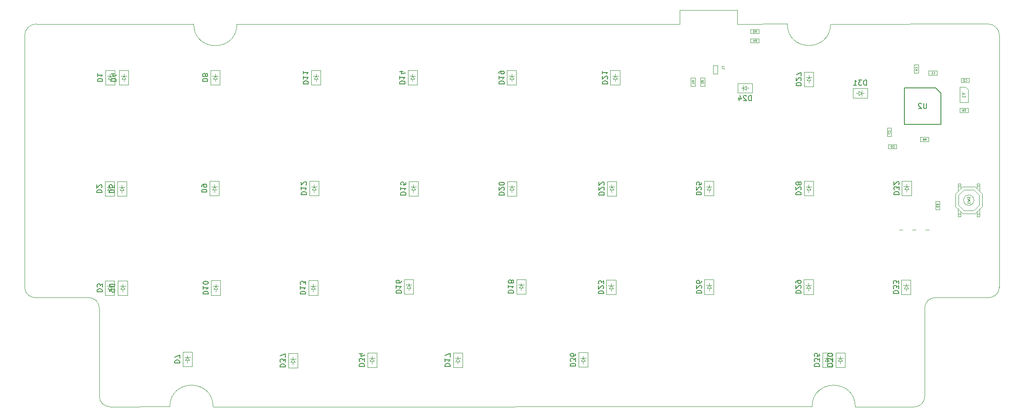
<source format=gbr>
G04 #@! TF.GenerationSoftware,KiCad,Pcbnew,(5.99.0-2555-g9cc6a77cc-dirty)*
G04 #@! TF.CreationDate,2020-09-08T07:39:35-05:00*
G04 #@! TF.ProjectId,_33,5f33332e-6b69-4636-9164-5f7063625858,rev?*
G04 #@! TF.SameCoordinates,Original*
G04 #@! TF.FileFunction,AssemblyDrawing,Bot*
%FSLAX46Y46*%
G04 Gerber Fmt 4.6, Leading zero omitted, Abs format (unit mm)*
G04 Created by KiCad (PCBNEW (5.99.0-2555-g9cc6a77cc-dirty)) date 2020-09-08 07:39:35*
%MOMM*%
%LPD*%
G01*
G04 APERTURE LIST*
G04 #@! TA.AperFunction,Profile*
%ADD10C,0.050000*%
G04 #@! TD*
G04 #@! TA.AperFunction,Profile*
%ADD11C,0.100000*%
G04 #@! TD*
%ADD12C,0.060000*%
%ADD13C,0.150000*%
%ADD14C,0.075000*%
%ADD15C,0.080000*%
%ADD16C,0.100000*%
G04 APERTURE END LIST*
D10*
X241750000Y-48140000D02*
G75*
G02*
X244000199Y-50390199I0J-2250199D01*
G01*
X182420000Y-48160000D02*
X97178803Y-48212991D01*
X227600000Y-121950000D02*
X216250000Y-121940000D01*
X84250000Y-121887009D02*
X72680000Y-121910000D01*
X207910222Y-121897009D02*
G75*
G02*
X216250000Y-121940000I4169778J-42991D01*
G01*
X72680000Y-121910000D02*
G75*
G02*
X70670000Y-119900000I0J2010000D01*
G01*
X231620000Y-100890000D02*
X241980000Y-100890000D01*
X241980000Y-100890000D02*
G75*
G03*
X243990000Y-98880000I0J2010000D01*
G01*
X229610000Y-119940000D02*
X229610000Y-102900000D01*
X231620000Y-100890000D02*
G75*
G03*
X229610000Y-102900000I0J-2010000D01*
G01*
X227600000Y-121950000D02*
G75*
G03*
X229610000Y-119940000I0J2010000D01*
G01*
X56289801Y-50410000D02*
G75*
G02*
X58540000Y-48159801I2250199J0D01*
G01*
D11*
X56290000Y-98880000D02*
X56289801Y-50410000D01*
D10*
X68660000Y-100890000D02*
G75*
G02*
X70670000Y-102900000I0J-2010000D01*
G01*
X211489778Y-48182991D02*
G75*
G02*
X203150000Y-48140000I-4169778J42991D01*
G01*
X58540000Y-48159801D02*
X88839025Y-48170000D01*
X84250000Y-121887009D02*
G75*
G02*
X92589778Y-121930000I4169778J-42991D01*
G01*
D11*
X244000199Y-50390199D02*
X243990000Y-98880000D01*
D10*
X58300000Y-100890000D02*
G75*
G02*
X56290000Y-98880000I0J2010000D01*
G01*
X182420000Y-48160000D02*
X182420000Y-45500000D01*
X241750000Y-48140000D02*
X211489778Y-48182991D01*
D11*
X207910222Y-121897009D02*
X92589778Y-121930000D01*
D10*
X68660000Y-100890000D02*
X58300000Y-100890000D01*
X182420000Y-45500000D02*
X193510000Y-45500000D01*
X97178803Y-48212991D02*
G75*
G02*
X88839025Y-48170000I-4169778J42991D01*
G01*
X70670000Y-119900000D02*
X70670000Y-102900000D01*
X193510000Y-45500000D02*
X193510000Y-48160000D01*
X193510000Y-48160000D02*
X203150000Y-48140000D01*
D12*
X231266666Y-57742857D02*
X231285714Y-57761904D01*
X231342857Y-57780952D01*
X231380952Y-57780952D01*
X231438095Y-57761904D01*
X231476190Y-57723809D01*
X231495238Y-57685714D01*
X231514285Y-57609523D01*
X231514285Y-57552380D01*
X231495238Y-57476190D01*
X231476190Y-57438095D01*
X231438095Y-57400000D01*
X231380952Y-57380952D01*
X231342857Y-57380952D01*
X231285714Y-57400000D01*
X231266666Y-57419047D01*
X230885714Y-57780952D02*
X231114285Y-57780952D01*
X231000000Y-57780952D02*
X231000000Y-57380952D01*
X231038095Y-57438095D01*
X231076190Y-57476190D01*
X231114285Y-57495238D01*
X237454166Y-59142857D02*
X237473214Y-59161904D01*
X237530357Y-59180952D01*
X237568452Y-59180952D01*
X237625595Y-59161904D01*
X237663690Y-59123809D01*
X237682738Y-59085714D01*
X237701785Y-59009523D01*
X237701785Y-58952380D01*
X237682738Y-58876190D01*
X237663690Y-58838095D01*
X237625595Y-58800000D01*
X237568452Y-58780952D01*
X237530357Y-58780952D01*
X237473214Y-58800000D01*
X237454166Y-58819047D01*
X237320833Y-58780952D02*
X237073214Y-58780952D01*
X237206547Y-58933333D01*
X237149404Y-58933333D01*
X237111309Y-58952380D01*
X237092261Y-58971428D01*
X237073214Y-59009523D01*
X237073214Y-59104761D01*
X237092261Y-59142857D01*
X237111309Y-59161904D01*
X237149404Y-59180952D01*
X237263690Y-59180952D01*
X237301785Y-59161904D01*
X237320833Y-59142857D01*
X228142857Y-56733333D02*
X228161904Y-56714285D01*
X228180952Y-56657142D01*
X228180952Y-56619047D01*
X228161904Y-56561904D01*
X228123809Y-56523809D01*
X228085714Y-56504761D01*
X228009523Y-56485714D01*
X227952380Y-56485714D01*
X227876190Y-56504761D01*
X227838095Y-56523809D01*
X227800000Y-56561904D01*
X227780952Y-56619047D01*
X227780952Y-56657142D01*
X227800000Y-56714285D01*
X227819047Y-56733333D01*
X227914285Y-57076190D02*
X228180952Y-57076190D01*
X227761904Y-56980952D02*
X228047619Y-56885714D01*
X228047619Y-57133333D01*
X237254166Y-64942857D02*
X237273214Y-64961904D01*
X237330357Y-64980952D01*
X237368452Y-64980952D01*
X237425595Y-64961904D01*
X237463690Y-64923809D01*
X237482738Y-64885714D01*
X237501785Y-64809523D01*
X237501785Y-64752380D01*
X237482738Y-64676190D01*
X237463690Y-64638095D01*
X237425595Y-64600000D01*
X237368452Y-64580952D01*
X237330357Y-64580952D01*
X237273214Y-64600000D01*
X237254166Y-64619047D01*
X236911309Y-64580952D02*
X236987500Y-64580952D01*
X237025595Y-64600000D01*
X237044642Y-64619047D01*
X237082738Y-64676190D01*
X237101785Y-64752380D01*
X237101785Y-64904761D01*
X237082738Y-64942857D01*
X237063690Y-64961904D01*
X237025595Y-64980952D01*
X236949404Y-64980952D01*
X236911309Y-64961904D01*
X236892261Y-64942857D01*
X236873214Y-64904761D01*
X236873214Y-64809523D01*
X236892261Y-64771428D01*
X236911309Y-64752380D01*
X236949404Y-64733333D01*
X237025595Y-64733333D01*
X237063690Y-64752380D01*
X237082738Y-64771428D01*
X237101785Y-64809523D01*
X222942857Y-68933333D02*
X222961904Y-68914285D01*
X222980952Y-68857142D01*
X222980952Y-68819047D01*
X222961904Y-68761904D01*
X222923809Y-68723809D01*
X222885714Y-68704761D01*
X222809523Y-68685714D01*
X222752380Y-68685714D01*
X222676190Y-68704761D01*
X222638095Y-68723809D01*
X222600000Y-68761904D01*
X222580952Y-68819047D01*
X222580952Y-68857142D01*
X222600000Y-68914285D01*
X222619047Y-68933333D01*
X222580952Y-69066666D02*
X222580952Y-69333333D01*
X222980952Y-69161904D01*
X223466666Y-71942857D02*
X223485714Y-71961904D01*
X223542857Y-71980952D01*
X223580952Y-71980952D01*
X223638095Y-71961904D01*
X223676190Y-71923809D01*
X223695238Y-71885714D01*
X223714285Y-71809523D01*
X223714285Y-71752380D01*
X223695238Y-71676190D01*
X223676190Y-71638095D01*
X223638095Y-71600000D01*
X223580952Y-71580952D01*
X223542857Y-71580952D01*
X223485714Y-71600000D01*
X223466666Y-71619047D01*
X223238095Y-71752380D02*
X223276190Y-71733333D01*
X223295238Y-71714285D01*
X223314285Y-71676190D01*
X223314285Y-71657142D01*
X223295238Y-71619047D01*
X223276190Y-71600000D01*
X223238095Y-71580952D01*
X223161904Y-71580952D01*
X223123809Y-71600000D01*
X223104761Y-71619047D01*
X223085714Y-71657142D01*
X223085714Y-71676190D01*
X223104761Y-71714285D01*
X223123809Y-71733333D01*
X223161904Y-71752380D01*
X223238095Y-71752380D01*
X223276190Y-71771428D01*
X223295238Y-71790476D01*
X223314285Y-71828571D01*
X223314285Y-71904761D01*
X223295238Y-71942857D01*
X223276190Y-71961904D01*
X223238095Y-71980952D01*
X223161904Y-71980952D01*
X223123809Y-71961904D01*
X223104761Y-71942857D01*
X223085714Y-71904761D01*
X223085714Y-71828571D01*
X223104761Y-71790476D01*
X223123809Y-71771428D01*
X223161904Y-71752380D01*
D13*
X166897619Y-81104285D02*
X167897619Y-81104285D01*
X167897619Y-80866190D01*
X167850000Y-80723333D01*
X167754761Y-80628095D01*
X167659523Y-80580476D01*
X167469047Y-80532857D01*
X167326190Y-80532857D01*
X167135714Y-80580476D01*
X167040476Y-80628095D01*
X166945238Y-80723333D01*
X166897619Y-80866190D01*
X166897619Y-81104285D01*
X167802380Y-80151904D02*
X167850000Y-80104285D01*
X167897619Y-80009047D01*
X167897619Y-79770952D01*
X167850000Y-79675714D01*
X167802380Y-79628095D01*
X167707142Y-79580476D01*
X167611904Y-79580476D01*
X167469047Y-79628095D01*
X166897619Y-80199523D01*
X166897619Y-79580476D01*
X167802380Y-79199523D02*
X167850000Y-79151904D01*
X167897619Y-79056666D01*
X167897619Y-78818571D01*
X167850000Y-78723333D01*
X167802380Y-78675714D01*
X167707142Y-78628095D01*
X167611904Y-78628095D01*
X167469047Y-78675714D01*
X166897619Y-79247142D01*
X166897619Y-78628095D01*
X185647619Y-100044285D02*
X186647619Y-100044285D01*
X186647619Y-99806190D01*
X186600000Y-99663333D01*
X186504761Y-99568095D01*
X186409523Y-99520476D01*
X186219047Y-99472857D01*
X186076190Y-99472857D01*
X185885714Y-99520476D01*
X185790476Y-99568095D01*
X185695238Y-99663333D01*
X185647619Y-99806190D01*
X185647619Y-100044285D01*
X186552380Y-99091904D02*
X186600000Y-99044285D01*
X186647619Y-98949047D01*
X186647619Y-98710952D01*
X186600000Y-98615714D01*
X186552380Y-98568095D01*
X186457142Y-98520476D01*
X186361904Y-98520476D01*
X186219047Y-98568095D01*
X185647619Y-99139523D01*
X185647619Y-98520476D01*
X186647619Y-97663333D02*
X186647619Y-97853809D01*
X186600000Y-97949047D01*
X186552380Y-97996666D01*
X186409523Y-98091904D01*
X186219047Y-98139523D01*
X185838095Y-98139523D01*
X185742857Y-98091904D01*
X185695238Y-98044285D01*
X185647619Y-97949047D01*
X185647619Y-97758571D01*
X185695238Y-97663333D01*
X185742857Y-97615714D01*
X185838095Y-97568095D01*
X186076190Y-97568095D01*
X186171428Y-97615714D01*
X186219047Y-97663333D01*
X186266666Y-97758571D01*
X186266666Y-97949047D01*
X186219047Y-98044285D01*
X186171428Y-98091904D01*
X186076190Y-98139523D01*
X147657619Y-81124285D02*
X148657619Y-81124285D01*
X148657619Y-80886190D01*
X148610000Y-80743333D01*
X148514761Y-80648095D01*
X148419523Y-80600476D01*
X148229047Y-80552857D01*
X148086190Y-80552857D01*
X147895714Y-80600476D01*
X147800476Y-80648095D01*
X147705238Y-80743333D01*
X147657619Y-80886190D01*
X147657619Y-81124285D01*
X148562380Y-80171904D02*
X148610000Y-80124285D01*
X148657619Y-80029047D01*
X148657619Y-79790952D01*
X148610000Y-79695714D01*
X148562380Y-79648095D01*
X148467142Y-79600476D01*
X148371904Y-79600476D01*
X148229047Y-79648095D01*
X147657619Y-80219523D01*
X147657619Y-79600476D01*
X148657619Y-78981428D02*
X148657619Y-78886190D01*
X148610000Y-78790952D01*
X148562380Y-78743333D01*
X148467142Y-78695714D01*
X148276666Y-78648095D01*
X148038571Y-78648095D01*
X147848095Y-78695714D01*
X147752857Y-78743333D01*
X147705238Y-78790952D01*
X147657619Y-78886190D01*
X147657619Y-78981428D01*
X147705238Y-79076666D01*
X147752857Y-79124285D01*
X147848095Y-79171904D01*
X148038571Y-79219523D01*
X148276666Y-79219523D01*
X148467142Y-79171904D01*
X148562380Y-79124285D01*
X148610000Y-79076666D01*
X148657619Y-78981428D01*
X167547619Y-59714285D02*
X168547619Y-59714285D01*
X168547619Y-59476190D01*
X168500000Y-59333333D01*
X168404761Y-59238095D01*
X168309523Y-59190476D01*
X168119047Y-59142857D01*
X167976190Y-59142857D01*
X167785714Y-59190476D01*
X167690476Y-59238095D01*
X167595238Y-59333333D01*
X167547619Y-59476190D01*
X167547619Y-59714285D01*
X168452380Y-58761904D02*
X168500000Y-58714285D01*
X168547619Y-58619047D01*
X168547619Y-58380952D01*
X168500000Y-58285714D01*
X168452380Y-58238095D01*
X168357142Y-58190476D01*
X168261904Y-58190476D01*
X168119047Y-58238095D01*
X167547619Y-58809523D01*
X167547619Y-58190476D01*
X167547619Y-57238095D02*
X167547619Y-57809523D01*
X167547619Y-57523809D02*
X168547619Y-57523809D01*
X168404761Y-57619047D01*
X168309523Y-57714285D01*
X168261904Y-57809523D01*
X109397619Y-100214285D02*
X110397619Y-100214285D01*
X110397619Y-99976190D01*
X110350000Y-99833333D01*
X110254761Y-99738095D01*
X110159523Y-99690476D01*
X109969047Y-99642857D01*
X109826190Y-99642857D01*
X109635714Y-99690476D01*
X109540476Y-99738095D01*
X109445238Y-99833333D01*
X109397619Y-99976190D01*
X109397619Y-100214285D01*
X109397619Y-98690476D02*
X109397619Y-99261904D01*
X109397619Y-98976190D02*
X110397619Y-98976190D01*
X110254761Y-99071428D01*
X110159523Y-99166666D01*
X110111904Y-99261904D01*
X110397619Y-98357142D02*
X110397619Y-97738095D01*
X110016666Y-98071428D01*
X110016666Y-97928571D01*
X109969047Y-97833333D01*
X109921428Y-97785714D01*
X109826190Y-97738095D01*
X109588095Y-97738095D01*
X109492857Y-97785714D01*
X109445238Y-97833333D01*
X109397619Y-97928571D01*
X109397619Y-98214285D01*
X109445238Y-98309523D01*
X109492857Y-98357142D01*
X210907619Y-114114285D02*
X211907619Y-114114285D01*
X211907619Y-113876190D01*
X211860000Y-113733333D01*
X211764761Y-113638095D01*
X211669523Y-113590476D01*
X211479047Y-113542857D01*
X211336190Y-113542857D01*
X211145714Y-113590476D01*
X211050476Y-113638095D01*
X210955238Y-113733333D01*
X210907619Y-113876190D01*
X210907619Y-114114285D01*
X211907619Y-113209523D02*
X211907619Y-112590476D01*
X211526666Y-112923809D01*
X211526666Y-112780952D01*
X211479047Y-112685714D01*
X211431428Y-112638095D01*
X211336190Y-112590476D01*
X211098095Y-112590476D01*
X211002857Y-112638095D01*
X210955238Y-112685714D01*
X210907619Y-112780952D01*
X210907619Y-113066666D01*
X210955238Y-113161904D01*
X211002857Y-113209523D01*
X211907619Y-111971428D02*
X211907619Y-111876190D01*
X211860000Y-111780952D01*
X211812380Y-111733333D01*
X211717142Y-111685714D01*
X211526666Y-111638095D01*
X211288571Y-111638095D01*
X211098095Y-111685714D01*
X211002857Y-111733333D01*
X210955238Y-111780952D01*
X210907619Y-111876190D01*
X210907619Y-111971428D01*
X210955238Y-112066666D01*
X211002857Y-112114285D01*
X211098095Y-112161904D01*
X211288571Y-112209523D01*
X211526666Y-112209523D01*
X211717142Y-112161904D01*
X211812380Y-112114285D01*
X211860000Y-112066666D01*
X211907619Y-111971428D01*
X185627619Y-81074285D02*
X186627619Y-81074285D01*
X186627619Y-80836190D01*
X186580000Y-80693333D01*
X186484761Y-80598095D01*
X186389523Y-80550476D01*
X186199047Y-80502857D01*
X186056190Y-80502857D01*
X185865714Y-80550476D01*
X185770476Y-80598095D01*
X185675238Y-80693333D01*
X185627619Y-80836190D01*
X185627619Y-81074285D01*
X186532380Y-80121904D02*
X186580000Y-80074285D01*
X186627619Y-79979047D01*
X186627619Y-79740952D01*
X186580000Y-79645714D01*
X186532380Y-79598095D01*
X186437142Y-79550476D01*
X186341904Y-79550476D01*
X186199047Y-79598095D01*
X185627619Y-80169523D01*
X185627619Y-79550476D01*
X186627619Y-78645714D02*
X186627619Y-79121904D01*
X186151428Y-79169523D01*
X186199047Y-79121904D01*
X186246666Y-79026666D01*
X186246666Y-78788571D01*
X186199047Y-78693333D01*
X186151428Y-78645714D01*
X186056190Y-78598095D01*
X185818095Y-78598095D01*
X185722857Y-78645714D01*
X185675238Y-78693333D01*
X185627619Y-78788571D01*
X185627619Y-79026666D01*
X185675238Y-79121904D01*
X185722857Y-79169523D01*
X147627619Y-59714285D02*
X148627619Y-59714285D01*
X148627619Y-59476190D01*
X148580000Y-59333333D01*
X148484761Y-59238095D01*
X148389523Y-59190476D01*
X148199047Y-59142857D01*
X148056190Y-59142857D01*
X147865714Y-59190476D01*
X147770476Y-59238095D01*
X147675238Y-59333333D01*
X147627619Y-59476190D01*
X147627619Y-59714285D01*
X147627619Y-58190476D02*
X147627619Y-58761904D01*
X147627619Y-58476190D02*
X148627619Y-58476190D01*
X148484761Y-58571428D01*
X148389523Y-58666666D01*
X148341904Y-58761904D01*
X147627619Y-57714285D02*
X147627619Y-57523809D01*
X147675238Y-57428571D01*
X147722857Y-57380952D01*
X147865714Y-57285714D01*
X148056190Y-57238095D01*
X148437142Y-57238095D01*
X148532380Y-57285714D01*
X148580000Y-57333333D01*
X148627619Y-57428571D01*
X148627619Y-57619047D01*
X148580000Y-57714285D01*
X148532380Y-57761904D01*
X148437142Y-57809523D01*
X148199047Y-57809523D01*
X148103809Y-57761904D01*
X148056190Y-57714285D01*
X148008571Y-57619047D01*
X148008571Y-57428571D01*
X148056190Y-57333333D01*
X148103809Y-57285714D01*
X148199047Y-57238095D01*
X149447619Y-99994285D02*
X150447619Y-99994285D01*
X150447619Y-99756190D01*
X150400000Y-99613333D01*
X150304761Y-99518095D01*
X150209523Y-99470476D01*
X150019047Y-99422857D01*
X149876190Y-99422857D01*
X149685714Y-99470476D01*
X149590476Y-99518095D01*
X149495238Y-99613333D01*
X149447619Y-99756190D01*
X149447619Y-99994285D01*
X149447619Y-98470476D02*
X149447619Y-99041904D01*
X149447619Y-98756190D02*
X150447619Y-98756190D01*
X150304761Y-98851428D01*
X150209523Y-98946666D01*
X150161904Y-99041904D01*
X150019047Y-97899047D02*
X150066666Y-97994285D01*
X150114285Y-98041904D01*
X150209523Y-98089523D01*
X150257142Y-98089523D01*
X150352380Y-98041904D01*
X150400000Y-97994285D01*
X150447619Y-97899047D01*
X150447619Y-97708571D01*
X150400000Y-97613333D01*
X150352380Y-97565714D01*
X150257142Y-97518095D01*
X150209523Y-97518095D01*
X150114285Y-97565714D01*
X150066666Y-97613333D01*
X150019047Y-97708571D01*
X150019047Y-97899047D01*
X149971428Y-97994285D01*
X149923809Y-98041904D01*
X149828571Y-98089523D01*
X149638095Y-98089523D01*
X149542857Y-98041904D01*
X149495238Y-97994285D01*
X149447619Y-97899047D01*
X149447619Y-97708571D01*
X149495238Y-97613333D01*
X149542857Y-97565714D01*
X149638095Y-97518095D01*
X149828571Y-97518095D01*
X149923809Y-97565714D01*
X149971428Y-97613333D01*
X150019047Y-97708571D01*
X223667619Y-81014285D02*
X224667619Y-81014285D01*
X224667619Y-80776190D01*
X224620000Y-80633333D01*
X224524761Y-80538095D01*
X224429523Y-80490476D01*
X224239047Y-80442857D01*
X224096190Y-80442857D01*
X223905714Y-80490476D01*
X223810476Y-80538095D01*
X223715238Y-80633333D01*
X223667619Y-80776190D01*
X223667619Y-81014285D01*
X224667619Y-80109523D02*
X224667619Y-79490476D01*
X224286666Y-79823809D01*
X224286666Y-79680952D01*
X224239047Y-79585714D01*
X224191428Y-79538095D01*
X224096190Y-79490476D01*
X223858095Y-79490476D01*
X223762857Y-79538095D01*
X223715238Y-79585714D01*
X223667619Y-79680952D01*
X223667619Y-79966666D01*
X223715238Y-80061904D01*
X223762857Y-80109523D01*
X224572380Y-79109523D02*
X224620000Y-79061904D01*
X224667619Y-78966666D01*
X224667619Y-78728571D01*
X224620000Y-78633333D01*
X224572380Y-78585714D01*
X224477142Y-78538095D01*
X224381904Y-78538095D01*
X224239047Y-78585714D01*
X223667619Y-79157142D01*
X223667619Y-78538095D01*
X90547619Y-59238095D02*
X91547619Y-59238095D01*
X91547619Y-59000000D01*
X91500000Y-58857142D01*
X91404761Y-58761904D01*
X91309523Y-58714285D01*
X91119047Y-58666666D01*
X90976190Y-58666666D01*
X90785714Y-58714285D01*
X90690476Y-58761904D01*
X90595238Y-58857142D01*
X90547619Y-59000000D01*
X90547619Y-59238095D01*
X91119047Y-58095238D02*
X91166666Y-58190476D01*
X91214285Y-58238095D01*
X91309523Y-58285714D01*
X91357142Y-58285714D01*
X91452380Y-58238095D01*
X91500000Y-58190476D01*
X91547619Y-58095238D01*
X91547619Y-57904761D01*
X91500000Y-57809523D01*
X91452380Y-57761904D01*
X91357142Y-57714285D01*
X91309523Y-57714285D01*
X91214285Y-57761904D01*
X91166666Y-57809523D01*
X91119047Y-57904761D01*
X91119047Y-58095238D01*
X91071428Y-58190476D01*
X91023809Y-58238095D01*
X90928571Y-58285714D01*
X90738095Y-58285714D01*
X90642857Y-58238095D01*
X90595238Y-58190476D01*
X90547619Y-58095238D01*
X90547619Y-57904761D01*
X90595238Y-57809523D01*
X90642857Y-57761904D01*
X90738095Y-57714285D01*
X90928571Y-57714285D01*
X91023809Y-57761904D01*
X91071428Y-57809523D01*
X91119047Y-57904761D01*
X223577619Y-100094285D02*
X224577619Y-100094285D01*
X224577619Y-99856190D01*
X224530000Y-99713333D01*
X224434761Y-99618095D01*
X224339523Y-99570476D01*
X224149047Y-99522857D01*
X224006190Y-99522857D01*
X223815714Y-99570476D01*
X223720476Y-99618095D01*
X223625238Y-99713333D01*
X223577619Y-99856190D01*
X223577619Y-100094285D01*
X224577619Y-99189523D02*
X224577619Y-98570476D01*
X224196666Y-98903809D01*
X224196666Y-98760952D01*
X224149047Y-98665714D01*
X224101428Y-98618095D01*
X224006190Y-98570476D01*
X223768095Y-98570476D01*
X223672857Y-98618095D01*
X223625238Y-98665714D01*
X223577619Y-98760952D01*
X223577619Y-99046666D01*
X223625238Y-99141904D01*
X223672857Y-99189523D01*
X224577619Y-98237142D02*
X224577619Y-97618095D01*
X224196666Y-97951428D01*
X224196666Y-97808571D01*
X224149047Y-97713333D01*
X224101428Y-97665714D01*
X224006190Y-97618095D01*
X223768095Y-97618095D01*
X223672857Y-97665714D01*
X223625238Y-97713333D01*
X223577619Y-97808571D01*
X223577619Y-98094285D01*
X223625238Y-98189523D01*
X223672857Y-98237142D01*
X204827619Y-81064285D02*
X205827619Y-81064285D01*
X205827619Y-80826190D01*
X205780000Y-80683333D01*
X205684761Y-80588095D01*
X205589523Y-80540476D01*
X205399047Y-80492857D01*
X205256190Y-80492857D01*
X205065714Y-80540476D01*
X204970476Y-80588095D01*
X204875238Y-80683333D01*
X204827619Y-80826190D01*
X204827619Y-81064285D01*
X205732380Y-80111904D02*
X205780000Y-80064285D01*
X205827619Y-79969047D01*
X205827619Y-79730952D01*
X205780000Y-79635714D01*
X205732380Y-79588095D01*
X205637142Y-79540476D01*
X205541904Y-79540476D01*
X205399047Y-79588095D01*
X204827619Y-80159523D01*
X204827619Y-79540476D01*
X205399047Y-78969047D02*
X205446666Y-79064285D01*
X205494285Y-79111904D01*
X205589523Y-79159523D01*
X205637142Y-79159523D01*
X205732380Y-79111904D01*
X205780000Y-79064285D01*
X205827619Y-78969047D01*
X205827619Y-78778571D01*
X205780000Y-78683333D01*
X205732380Y-78635714D01*
X205637142Y-78588095D01*
X205589523Y-78588095D01*
X205494285Y-78635714D01*
X205446666Y-78683333D01*
X205399047Y-78778571D01*
X205399047Y-78969047D01*
X205351428Y-79064285D01*
X205303809Y-79111904D01*
X205208571Y-79159523D01*
X205018095Y-79159523D01*
X204922857Y-79111904D01*
X204875238Y-79064285D01*
X204827619Y-78969047D01*
X204827619Y-78778571D01*
X204875238Y-78683333D01*
X204922857Y-78635714D01*
X205018095Y-78588095D01*
X205208571Y-78588095D01*
X205303809Y-78635714D01*
X205351428Y-78683333D01*
X205399047Y-78778571D01*
X196214285Y-62952380D02*
X196214285Y-61952380D01*
X195976190Y-61952380D01*
X195833333Y-62000000D01*
X195738095Y-62095238D01*
X195690476Y-62190476D01*
X195642857Y-62380952D01*
X195642857Y-62523809D01*
X195690476Y-62714285D01*
X195738095Y-62809523D01*
X195833333Y-62904761D01*
X195976190Y-62952380D01*
X196214285Y-62952380D01*
X195261904Y-62047619D02*
X195214285Y-62000000D01*
X195119047Y-61952380D01*
X194880952Y-61952380D01*
X194785714Y-62000000D01*
X194738095Y-62047619D01*
X194690476Y-62142857D01*
X194690476Y-62238095D01*
X194738095Y-62380952D01*
X195309523Y-62952380D01*
X194690476Y-62952380D01*
X193833333Y-62285714D02*
X193833333Y-62952380D01*
X194071428Y-61904761D02*
X194309523Y-62619047D01*
X193690476Y-62619047D01*
X73622380Y-98291904D02*
X72622380Y-98291904D01*
X72622380Y-98530000D01*
X72670000Y-98672857D01*
X72765238Y-98768095D01*
X72860476Y-98815714D01*
X73050952Y-98863333D01*
X73193809Y-98863333D01*
X73384285Y-98815714D01*
X73479523Y-98768095D01*
X73574761Y-98672857D01*
X73622380Y-98530000D01*
X73622380Y-98291904D01*
X72622380Y-99720476D02*
X72622380Y-99530000D01*
X72670000Y-99434761D01*
X72717619Y-99387142D01*
X72860476Y-99291904D01*
X73050952Y-99244285D01*
X73431904Y-99244285D01*
X73527142Y-99291904D01*
X73574761Y-99339523D01*
X73622380Y-99434761D01*
X73622380Y-99625238D01*
X73574761Y-99720476D01*
X73527142Y-99768095D01*
X73431904Y-99815714D01*
X73193809Y-99815714D01*
X73098571Y-99768095D01*
X73050952Y-99720476D01*
X73003333Y-99625238D01*
X73003333Y-99434761D01*
X73050952Y-99339523D01*
X73098571Y-99291904D01*
X73193809Y-99244285D01*
X137247619Y-114154285D02*
X138247619Y-114154285D01*
X138247619Y-113916190D01*
X138200000Y-113773333D01*
X138104761Y-113678095D01*
X138009523Y-113630476D01*
X137819047Y-113582857D01*
X137676190Y-113582857D01*
X137485714Y-113630476D01*
X137390476Y-113678095D01*
X137295238Y-113773333D01*
X137247619Y-113916190D01*
X137247619Y-114154285D01*
X137247619Y-112630476D02*
X137247619Y-113201904D01*
X137247619Y-112916190D02*
X138247619Y-112916190D01*
X138104761Y-113011428D01*
X138009523Y-113106666D01*
X137961904Y-113201904D01*
X138247619Y-112297142D02*
X138247619Y-111630476D01*
X137247619Y-112059047D01*
X109577619Y-81054285D02*
X110577619Y-81054285D01*
X110577619Y-80816190D01*
X110530000Y-80673333D01*
X110434761Y-80578095D01*
X110339523Y-80530476D01*
X110149047Y-80482857D01*
X110006190Y-80482857D01*
X109815714Y-80530476D01*
X109720476Y-80578095D01*
X109625238Y-80673333D01*
X109577619Y-80816190D01*
X109577619Y-81054285D01*
X109577619Y-79530476D02*
X109577619Y-80101904D01*
X109577619Y-79816190D02*
X110577619Y-79816190D01*
X110434761Y-79911428D01*
X110339523Y-80006666D01*
X110291904Y-80101904D01*
X110482380Y-79149523D02*
X110530000Y-79101904D01*
X110577619Y-79006666D01*
X110577619Y-78768571D01*
X110530000Y-78673333D01*
X110482380Y-78625714D01*
X110387142Y-78578095D01*
X110291904Y-78578095D01*
X110149047Y-78625714D01*
X109577619Y-79197142D01*
X109577619Y-78578095D01*
X128547619Y-59714285D02*
X129547619Y-59714285D01*
X129547619Y-59476190D01*
X129500000Y-59333333D01*
X129404761Y-59238095D01*
X129309523Y-59190476D01*
X129119047Y-59142857D01*
X128976190Y-59142857D01*
X128785714Y-59190476D01*
X128690476Y-59238095D01*
X128595238Y-59333333D01*
X128547619Y-59476190D01*
X128547619Y-59714285D01*
X128547619Y-58190476D02*
X128547619Y-58761904D01*
X128547619Y-58476190D02*
X129547619Y-58476190D01*
X129404761Y-58571428D01*
X129309523Y-58666666D01*
X129261904Y-58761904D01*
X129214285Y-57333333D02*
X128547619Y-57333333D01*
X129595238Y-57571428D02*
X128880952Y-57809523D01*
X128880952Y-57190476D01*
X127807619Y-100014285D02*
X128807619Y-100014285D01*
X128807619Y-99776190D01*
X128760000Y-99633333D01*
X128664761Y-99538095D01*
X128569523Y-99490476D01*
X128379047Y-99442857D01*
X128236190Y-99442857D01*
X128045714Y-99490476D01*
X127950476Y-99538095D01*
X127855238Y-99633333D01*
X127807619Y-99776190D01*
X127807619Y-100014285D01*
X127807619Y-98490476D02*
X127807619Y-99061904D01*
X127807619Y-98776190D02*
X128807619Y-98776190D01*
X128664761Y-98871428D01*
X128569523Y-98966666D01*
X128521904Y-99061904D01*
X128807619Y-97633333D02*
X128807619Y-97823809D01*
X128760000Y-97919047D01*
X128712380Y-97966666D01*
X128569523Y-98061904D01*
X128379047Y-98109523D01*
X127998095Y-98109523D01*
X127902857Y-98061904D01*
X127855238Y-98014285D01*
X127807619Y-97919047D01*
X127807619Y-97728571D01*
X127855238Y-97633333D01*
X127902857Y-97585714D01*
X127998095Y-97538095D01*
X128236190Y-97538095D01*
X128331428Y-97585714D01*
X128379047Y-97633333D01*
X128426666Y-97728571D01*
X128426666Y-97919047D01*
X128379047Y-98014285D01*
X128331428Y-98061904D01*
X128236190Y-98109523D01*
X128707619Y-81094285D02*
X129707619Y-81094285D01*
X129707619Y-80856190D01*
X129660000Y-80713333D01*
X129564761Y-80618095D01*
X129469523Y-80570476D01*
X129279047Y-80522857D01*
X129136190Y-80522857D01*
X128945714Y-80570476D01*
X128850476Y-80618095D01*
X128755238Y-80713333D01*
X128707619Y-80856190D01*
X128707619Y-81094285D01*
X128707619Y-79570476D02*
X128707619Y-80141904D01*
X128707619Y-79856190D02*
X129707619Y-79856190D01*
X129564761Y-79951428D01*
X129469523Y-80046666D01*
X129421904Y-80141904D01*
X129707619Y-78665714D02*
X129707619Y-79141904D01*
X129231428Y-79189523D01*
X129279047Y-79141904D01*
X129326666Y-79046666D01*
X129326666Y-78808571D01*
X129279047Y-78713333D01*
X129231428Y-78665714D01*
X129136190Y-78618095D01*
X128898095Y-78618095D01*
X128802857Y-78665714D01*
X128755238Y-78713333D01*
X128707619Y-78808571D01*
X128707619Y-79046666D01*
X128755238Y-79141904D01*
X128802857Y-79189523D01*
X218384285Y-59952380D02*
X218384285Y-58952380D01*
X218146190Y-58952380D01*
X218003333Y-59000000D01*
X217908095Y-59095238D01*
X217860476Y-59190476D01*
X217812857Y-59380952D01*
X217812857Y-59523809D01*
X217860476Y-59714285D01*
X217908095Y-59809523D01*
X218003333Y-59904761D01*
X218146190Y-59952380D01*
X218384285Y-59952380D01*
X217479523Y-58952380D02*
X216860476Y-58952380D01*
X217193809Y-59333333D01*
X217050952Y-59333333D01*
X216955714Y-59380952D01*
X216908095Y-59428571D01*
X216860476Y-59523809D01*
X216860476Y-59761904D01*
X216908095Y-59857142D01*
X216955714Y-59904761D01*
X217050952Y-59952380D01*
X217336666Y-59952380D01*
X217431904Y-59904761D01*
X217479523Y-59857142D01*
X215908095Y-59952380D02*
X216479523Y-59952380D01*
X216193809Y-59952380D02*
X216193809Y-58952380D01*
X216289047Y-59095238D01*
X216384285Y-59190476D01*
X216479523Y-59238095D01*
X90637619Y-100214285D02*
X91637619Y-100214285D01*
X91637619Y-99976190D01*
X91590000Y-99833333D01*
X91494761Y-99738095D01*
X91399523Y-99690476D01*
X91209047Y-99642857D01*
X91066190Y-99642857D01*
X90875714Y-99690476D01*
X90780476Y-99738095D01*
X90685238Y-99833333D01*
X90637619Y-99976190D01*
X90637619Y-100214285D01*
X90637619Y-98690476D02*
X90637619Y-99261904D01*
X90637619Y-98976190D02*
X91637619Y-98976190D01*
X91494761Y-99071428D01*
X91399523Y-99166666D01*
X91351904Y-99261904D01*
X91637619Y-98071428D02*
X91637619Y-97976190D01*
X91590000Y-97880952D01*
X91542380Y-97833333D01*
X91447142Y-97785714D01*
X91256666Y-97738095D01*
X91018571Y-97738095D01*
X90828095Y-97785714D01*
X90732857Y-97833333D01*
X90685238Y-97880952D01*
X90637619Y-97976190D01*
X90637619Y-98071428D01*
X90685238Y-98166666D01*
X90732857Y-98214285D01*
X90828095Y-98261904D01*
X91018571Y-98309523D01*
X91256666Y-98309523D01*
X91447142Y-98261904D01*
X91542380Y-98214285D01*
X91590000Y-98166666D01*
X91637619Y-98071428D01*
X70187619Y-80668095D02*
X71187619Y-80668095D01*
X71187619Y-80430000D01*
X71140000Y-80287142D01*
X71044761Y-80191904D01*
X70949523Y-80144285D01*
X70759047Y-80096666D01*
X70616190Y-80096666D01*
X70425714Y-80144285D01*
X70330476Y-80191904D01*
X70235238Y-80287142D01*
X70187619Y-80430000D01*
X70187619Y-80668095D01*
X71092380Y-79715714D02*
X71140000Y-79668095D01*
X71187619Y-79572857D01*
X71187619Y-79334761D01*
X71140000Y-79239523D01*
X71092380Y-79191904D01*
X70997142Y-79144285D01*
X70901904Y-79144285D01*
X70759047Y-79191904D01*
X70187619Y-79763333D01*
X70187619Y-79144285D01*
X109927619Y-59714285D02*
X110927619Y-59714285D01*
X110927619Y-59476190D01*
X110880000Y-59333333D01*
X110784761Y-59238095D01*
X110689523Y-59190476D01*
X110499047Y-59142857D01*
X110356190Y-59142857D01*
X110165714Y-59190476D01*
X110070476Y-59238095D01*
X109975238Y-59333333D01*
X109927619Y-59476190D01*
X109927619Y-59714285D01*
X109927619Y-58190476D02*
X109927619Y-58761904D01*
X109927619Y-58476190D02*
X110927619Y-58476190D01*
X110784761Y-58571428D01*
X110689523Y-58666666D01*
X110641904Y-58761904D01*
X109927619Y-57238095D02*
X109927619Y-57809523D01*
X109927619Y-57523809D02*
X110927619Y-57523809D01*
X110784761Y-57619047D01*
X110689523Y-57714285D01*
X110641904Y-57809523D01*
X204787619Y-100044285D02*
X205787619Y-100044285D01*
X205787619Y-99806190D01*
X205740000Y-99663333D01*
X205644761Y-99568095D01*
X205549523Y-99520476D01*
X205359047Y-99472857D01*
X205216190Y-99472857D01*
X205025714Y-99520476D01*
X204930476Y-99568095D01*
X204835238Y-99663333D01*
X204787619Y-99806190D01*
X204787619Y-100044285D01*
X205692380Y-99091904D02*
X205740000Y-99044285D01*
X205787619Y-98949047D01*
X205787619Y-98710952D01*
X205740000Y-98615714D01*
X205692380Y-98568095D01*
X205597142Y-98520476D01*
X205501904Y-98520476D01*
X205359047Y-98568095D01*
X204787619Y-99139523D01*
X204787619Y-98520476D01*
X204787619Y-98044285D02*
X204787619Y-97853809D01*
X204835238Y-97758571D01*
X204882857Y-97710952D01*
X205025714Y-97615714D01*
X205216190Y-97568095D01*
X205597142Y-97568095D01*
X205692380Y-97615714D01*
X205740000Y-97663333D01*
X205787619Y-97758571D01*
X205787619Y-97949047D01*
X205740000Y-98044285D01*
X205692380Y-98091904D01*
X205597142Y-98139523D01*
X205359047Y-98139523D01*
X205263809Y-98091904D01*
X205216190Y-98044285D01*
X205168571Y-97949047D01*
X205168571Y-97758571D01*
X205216190Y-97663333D01*
X205263809Y-97615714D01*
X205359047Y-97568095D01*
X90377619Y-80578095D02*
X91377619Y-80578095D01*
X91377619Y-80340000D01*
X91330000Y-80197142D01*
X91234761Y-80101904D01*
X91139523Y-80054285D01*
X90949047Y-80006666D01*
X90806190Y-80006666D01*
X90615714Y-80054285D01*
X90520476Y-80101904D01*
X90425238Y-80197142D01*
X90377619Y-80340000D01*
X90377619Y-80578095D01*
X90377619Y-79530476D02*
X90377619Y-79340000D01*
X90425238Y-79244761D01*
X90472857Y-79197142D01*
X90615714Y-79101904D01*
X90806190Y-79054285D01*
X91187142Y-79054285D01*
X91282380Y-79101904D01*
X91330000Y-79149523D01*
X91377619Y-79244761D01*
X91377619Y-79435238D01*
X91330000Y-79530476D01*
X91282380Y-79578095D01*
X91187142Y-79625714D01*
X90949047Y-79625714D01*
X90853809Y-79578095D01*
X90806190Y-79530476D01*
X90758571Y-79435238D01*
X90758571Y-79244761D01*
X90806190Y-79149523D01*
X90853809Y-79101904D01*
X90949047Y-79054285D01*
X70297619Y-59238095D02*
X71297619Y-59238095D01*
X71297619Y-59000000D01*
X71250000Y-58857142D01*
X71154761Y-58761904D01*
X71059523Y-58714285D01*
X70869047Y-58666666D01*
X70726190Y-58666666D01*
X70535714Y-58714285D01*
X70440476Y-58761904D01*
X70345238Y-58857142D01*
X70297619Y-59000000D01*
X70297619Y-59238095D01*
X70297619Y-57714285D02*
X70297619Y-58285714D01*
X70297619Y-58000000D02*
X71297619Y-58000000D01*
X71154761Y-58095238D01*
X71059523Y-58190476D01*
X71011904Y-58285714D01*
X70237619Y-99768095D02*
X71237619Y-99768095D01*
X71237619Y-99530000D01*
X71190000Y-99387142D01*
X71094761Y-99291904D01*
X70999523Y-99244285D01*
X70809047Y-99196666D01*
X70666190Y-99196666D01*
X70475714Y-99244285D01*
X70380476Y-99291904D01*
X70285238Y-99387142D01*
X70237619Y-99530000D01*
X70237619Y-99768095D01*
X71237619Y-98863333D02*
X71237619Y-98244285D01*
X70856666Y-98577619D01*
X70856666Y-98434761D01*
X70809047Y-98339523D01*
X70761428Y-98291904D01*
X70666190Y-98244285D01*
X70428095Y-98244285D01*
X70332857Y-98291904D01*
X70285238Y-98339523D01*
X70237619Y-98434761D01*
X70237619Y-98720476D01*
X70285238Y-98815714D01*
X70332857Y-98863333D01*
X85177619Y-113488095D02*
X86177619Y-113488095D01*
X86177619Y-113250000D01*
X86130000Y-113107142D01*
X86034761Y-113011904D01*
X85939523Y-112964285D01*
X85749047Y-112916666D01*
X85606190Y-112916666D01*
X85415714Y-112964285D01*
X85320476Y-113011904D01*
X85225238Y-113107142D01*
X85177619Y-113250000D01*
X85177619Y-113488095D01*
X86177619Y-112583333D02*
X86177619Y-111916666D01*
X85177619Y-112345238D01*
X72567619Y-80668095D02*
X73567619Y-80668095D01*
X73567619Y-80430000D01*
X73520000Y-80287142D01*
X73424761Y-80191904D01*
X73329523Y-80144285D01*
X73139047Y-80096666D01*
X72996190Y-80096666D01*
X72805714Y-80144285D01*
X72710476Y-80191904D01*
X72615238Y-80287142D01*
X72567619Y-80430000D01*
X72567619Y-80668095D01*
X73567619Y-79191904D02*
X73567619Y-79668095D01*
X73091428Y-79715714D01*
X73139047Y-79668095D01*
X73186666Y-79572857D01*
X73186666Y-79334761D01*
X73139047Y-79239523D01*
X73091428Y-79191904D01*
X72996190Y-79144285D01*
X72758095Y-79144285D01*
X72662857Y-79191904D01*
X72615238Y-79239523D01*
X72567619Y-79334761D01*
X72567619Y-79572857D01*
X72615238Y-79668095D01*
X72662857Y-79715714D01*
X72927619Y-59238095D02*
X73927619Y-59238095D01*
X73927619Y-59000000D01*
X73880000Y-58857142D01*
X73784761Y-58761904D01*
X73689523Y-58714285D01*
X73499047Y-58666666D01*
X73356190Y-58666666D01*
X73165714Y-58714285D01*
X73070476Y-58761904D01*
X72975238Y-58857142D01*
X72927619Y-59000000D01*
X72927619Y-59238095D01*
X73594285Y-57809523D02*
X72927619Y-57809523D01*
X73975238Y-58047619D02*
X73260952Y-58285714D01*
X73260952Y-57666666D01*
X166777619Y-100124285D02*
X167777619Y-100124285D01*
X167777619Y-99886190D01*
X167730000Y-99743333D01*
X167634761Y-99648095D01*
X167539523Y-99600476D01*
X167349047Y-99552857D01*
X167206190Y-99552857D01*
X167015714Y-99600476D01*
X166920476Y-99648095D01*
X166825238Y-99743333D01*
X166777619Y-99886190D01*
X166777619Y-100124285D01*
X167682380Y-99171904D02*
X167730000Y-99124285D01*
X167777619Y-99029047D01*
X167777619Y-98790952D01*
X167730000Y-98695714D01*
X167682380Y-98648095D01*
X167587142Y-98600476D01*
X167491904Y-98600476D01*
X167349047Y-98648095D01*
X166777619Y-99219523D01*
X166777619Y-98600476D01*
X167777619Y-98267142D02*
X167777619Y-97648095D01*
X167396666Y-97981428D01*
X167396666Y-97838571D01*
X167349047Y-97743333D01*
X167301428Y-97695714D01*
X167206190Y-97648095D01*
X166968095Y-97648095D01*
X166872857Y-97695714D01*
X166825238Y-97743333D01*
X166777619Y-97838571D01*
X166777619Y-98124285D01*
X166825238Y-98219523D01*
X166872857Y-98267142D01*
D12*
X185170952Y-59293333D02*
X184980476Y-59160000D01*
X185170952Y-59064761D02*
X184770952Y-59064761D01*
X184770952Y-59217142D01*
X184790000Y-59255238D01*
X184809047Y-59274285D01*
X184847142Y-59293333D01*
X184904285Y-59293333D01*
X184942380Y-59274285D01*
X184961428Y-59255238D01*
X184980476Y-59217142D01*
X184980476Y-59064761D01*
X185170952Y-59674285D02*
X185170952Y-59445714D01*
X185170952Y-59560000D02*
X184770952Y-59560000D01*
X184828095Y-59521904D01*
X184866190Y-59483809D01*
X184885238Y-59445714D01*
X187010952Y-59253333D02*
X186820476Y-59120000D01*
X187010952Y-59024761D02*
X186610952Y-59024761D01*
X186610952Y-59177142D01*
X186630000Y-59215238D01*
X186649047Y-59234285D01*
X186687142Y-59253333D01*
X186744285Y-59253333D01*
X186782380Y-59234285D01*
X186801428Y-59215238D01*
X186820476Y-59177142D01*
X186820476Y-59024761D01*
X186649047Y-59405714D02*
X186630000Y-59424761D01*
X186610952Y-59462857D01*
X186610952Y-59558095D01*
X186630000Y-59596190D01*
X186649047Y-59615238D01*
X186687142Y-59634285D01*
X186725238Y-59634285D01*
X186782380Y-59615238D01*
X187010952Y-59386666D01*
X187010952Y-59634285D01*
X232280952Y-83033333D02*
X232090476Y-82900000D01*
X232280952Y-82804761D02*
X231880952Y-82804761D01*
X231880952Y-82957142D01*
X231900000Y-82995238D01*
X231919047Y-83014285D01*
X231957142Y-83033333D01*
X232014285Y-83033333D01*
X232052380Y-83014285D01*
X232071428Y-82995238D01*
X232090476Y-82957142D01*
X232090476Y-82804761D01*
X231880952Y-83166666D02*
X231880952Y-83414285D01*
X232033333Y-83280952D01*
X232033333Y-83338095D01*
X232052380Y-83376190D01*
X232071428Y-83395238D01*
X232109523Y-83414285D01*
X232204761Y-83414285D01*
X232242857Y-83395238D01*
X232261904Y-83376190D01*
X232280952Y-83338095D01*
X232280952Y-83223809D01*
X232261904Y-83185714D01*
X232242857Y-83166666D01*
X196969166Y-51550952D02*
X197102500Y-51360476D01*
X197197738Y-51550952D02*
X197197738Y-51150952D01*
X197045357Y-51150952D01*
X197007261Y-51170000D01*
X196988214Y-51189047D01*
X196969166Y-51227142D01*
X196969166Y-51284285D01*
X196988214Y-51322380D01*
X197007261Y-51341428D01*
X197045357Y-51360476D01*
X197197738Y-51360476D01*
X196626309Y-51284285D02*
X196626309Y-51550952D01*
X196721547Y-51131904D02*
X196816785Y-51417619D01*
X196569166Y-51417619D01*
X196929166Y-49790952D02*
X197062500Y-49600476D01*
X197157738Y-49790952D02*
X197157738Y-49390952D01*
X197005357Y-49390952D01*
X196967261Y-49410000D01*
X196948214Y-49429047D01*
X196929166Y-49467142D01*
X196929166Y-49524285D01*
X196948214Y-49562380D01*
X196967261Y-49581428D01*
X197005357Y-49600476D01*
X197157738Y-49600476D01*
X196567261Y-49390952D02*
X196757738Y-49390952D01*
X196776785Y-49581428D01*
X196757738Y-49562380D01*
X196719642Y-49543333D01*
X196624404Y-49543333D01*
X196586309Y-49562380D01*
X196567261Y-49581428D01*
X196548214Y-49619523D01*
X196548214Y-49714761D01*
X196567261Y-49752857D01*
X196586309Y-49771904D01*
X196624404Y-49790952D01*
X196719642Y-49790952D01*
X196757738Y-49771904D01*
X196776785Y-49752857D01*
X229654166Y-70580952D02*
X229787500Y-70390476D01*
X229882738Y-70580952D02*
X229882738Y-70180952D01*
X229730357Y-70180952D01*
X229692261Y-70200000D01*
X229673214Y-70219047D01*
X229654166Y-70257142D01*
X229654166Y-70314285D01*
X229673214Y-70352380D01*
X229692261Y-70371428D01*
X229730357Y-70390476D01*
X229882738Y-70390476D01*
X229311309Y-70180952D02*
X229387500Y-70180952D01*
X229425595Y-70200000D01*
X229444642Y-70219047D01*
X229482738Y-70276190D01*
X229501785Y-70352380D01*
X229501785Y-70504761D01*
X229482738Y-70542857D01*
X229463690Y-70561904D01*
X229425595Y-70580952D01*
X229349404Y-70580952D01*
X229311309Y-70561904D01*
X229292261Y-70542857D01*
X229273214Y-70504761D01*
X229273214Y-70409523D01*
X229292261Y-70371428D01*
X229311309Y-70352380D01*
X229349404Y-70333333D01*
X229425595Y-70333333D01*
X229463690Y-70352380D01*
X229482738Y-70371428D01*
X229501785Y-70409523D01*
D14*
X238302380Y-81433333D02*
X238326190Y-81504761D01*
X238326190Y-81623809D01*
X238302380Y-81671428D01*
X238278571Y-81695238D01*
X238230952Y-81719047D01*
X238183333Y-81719047D01*
X238135714Y-81695238D01*
X238111904Y-81671428D01*
X238088095Y-81623809D01*
X238064285Y-81528571D01*
X238040476Y-81480952D01*
X238016666Y-81457142D01*
X237969047Y-81433333D01*
X237921428Y-81433333D01*
X237873809Y-81457142D01*
X237850000Y-81480952D01*
X237826190Y-81528571D01*
X237826190Y-81647619D01*
X237850000Y-81719047D01*
X237826190Y-81885714D02*
X238326190Y-82004761D01*
X237969047Y-82100000D01*
X238326190Y-82195238D01*
X237826190Y-82314285D01*
X238326190Y-82766666D02*
X238326190Y-82480952D01*
X238326190Y-82623809D02*
X237826190Y-82623809D01*
X237897619Y-82576190D01*
X237945238Y-82528571D01*
X237969047Y-82480952D01*
D13*
X204847619Y-60014285D02*
X205847619Y-60014285D01*
X205847619Y-59776190D01*
X205800000Y-59633333D01*
X205704761Y-59538095D01*
X205609523Y-59490476D01*
X205419047Y-59442857D01*
X205276190Y-59442857D01*
X205085714Y-59490476D01*
X204990476Y-59538095D01*
X204895238Y-59633333D01*
X204847619Y-59776190D01*
X204847619Y-60014285D01*
X205752380Y-59061904D02*
X205800000Y-59014285D01*
X205847619Y-58919047D01*
X205847619Y-58680952D01*
X205800000Y-58585714D01*
X205752380Y-58538095D01*
X205657142Y-58490476D01*
X205561904Y-58490476D01*
X205419047Y-58538095D01*
X204847619Y-59109523D01*
X204847619Y-58490476D01*
X205847619Y-58157142D02*
X205847619Y-57490476D01*
X204847619Y-57919047D01*
D15*
X237135714Y-61614285D02*
X237421428Y-61614285D01*
X236821428Y-61414285D02*
X237135714Y-61614285D01*
X236821428Y-61814285D01*
X237421428Y-62328571D02*
X237421428Y-61985714D01*
X237421428Y-62157142D02*
X236821428Y-62157142D01*
X236907142Y-62100000D01*
X236964285Y-62042857D01*
X236992857Y-61985714D01*
D12*
X190741428Y-56446666D02*
X190741428Y-56313333D01*
X190950952Y-56313333D02*
X190550952Y-56313333D01*
X190550952Y-56503809D01*
X190950952Y-56865714D02*
X190950952Y-56637142D01*
X190950952Y-56751428D02*
X190550952Y-56751428D01*
X190608095Y-56713333D01*
X190646190Y-56675238D01*
X190665238Y-56637142D01*
D13*
X120737619Y-114114285D02*
X121737619Y-114114285D01*
X121737619Y-113876190D01*
X121690000Y-113733333D01*
X121594761Y-113638095D01*
X121499523Y-113590476D01*
X121309047Y-113542857D01*
X121166190Y-113542857D01*
X120975714Y-113590476D01*
X120880476Y-113638095D01*
X120785238Y-113733333D01*
X120737619Y-113876190D01*
X120737619Y-114114285D01*
X121737619Y-113209523D02*
X121737619Y-112590476D01*
X121356666Y-112923809D01*
X121356666Y-112780952D01*
X121309047Y-112685714D01*
X121261428Y-112638095D01*
X121166190Y-112590476D01*
X120928095Y-112590476D01*
X120832857Y-112638095D01*
X120785238Y-112685714D01*
X120737619Y-112780952D01*
X120737619Y-113066666D01*
X120785238Y-113161904D01*
X120832857Y-113209523D01*
X121404285Y-111733333D02*
X120737619Y-111733333D01*
X121785238Y-111971428D02*
X121070952Y-112209523D01*
X121070952Y-111590476D01*
X208367619Y-114114285D02*
X209367619Y-114114285D01*
X209367619Y-113876190D01*
X209320000Y-113733333D01*
X209224761Y-113638095D01*
X209129523Y-113590476D01*
X208939047Y-113542857D01*
X208796190Y-113542857D01*
X208605714Y-113590476D01*
X208510476Y-113638095D01*
X208415238Y-113733333D01*
X208367619Y-113876190D01*
X208367619Y-114114285D01*
X209367619Y-113209523D02*
X209367619Y-112590476D01*
X208986666Y-112923809D01*
X208986666Y-112780952D01*
X208939047Y-112685714D01*
X208891428Y-112638095D01*
X208796190Y-112590476D01*
X208558095Y-112590476D01*
X208462857Y-112638095D01*
X208415238Y-112685714D01*
X208367619Y-112780952D01*
X208367619Y-113066666D01*
X208415238Y-113161904D01*
X208462857Y-113209523D01*
X209367619Y-111685714D02*
X209367619Y-112161904D01*
X208891428Y-112209523D01*
X208939047Y-112161904D01*
X208986666Y-112066666D01*
X208986666Y-111828571D01*
X208939047Y-111733333D01*
X208891428Y-111685714D01*
X208796190Y-111638095D01*
X208558095Y-111638095D01*
X208462857Y-111685714D01*
X208415238Y-111733333D01*
X208367619Y-111828571D01*
X208367619Y-112066666D01*
X208415238Y-112161904D01*
X208462857Y-112209523D01*
X105497619Y-114244285D02*
X106497619Y-114244285D01*
X106497619Y-114006190D01*
X106450000Y-113863333D01*
X106354761Y-113768095D01*
X106259523Y-113720476D01*
X106069047Y-113672857D01*
X105926190Y-113672857D01*
X105735714Y-113720476D01*
X105640476Y-113768095D01*
X105545238Y-113863333D01*
X105497619Y-114006190D01*
X105497619Y-114244285D01*
X106497619Y-113339523D02*
X106497619Y-112720476D01*
X106116666Y-113053809D01*
X106116666Y-112910952D01*
X106069047Y-112815714D01*
X106021428Y-112768095D01*
X105926190Y-112720476D01*
X105688095Y-112720476D01*
X105592857Y-112768095D01*
X105545238Y-112815714D01*
X105497619Y-112910952D01*
X105497619Y-113196666D01*
X105545238Y-113291904D01*
X105592857Y-113339523D01*
X106497619Y-112387142D02*
X106497619Y-111720476D01*
X105497619Y-112149047D01*
X229961904Y-63452380D02*
X229961904Y-64261904D01*
X229914285Y-64357142D01*
X229866666Y-64404761D01*
X229771428Y-64452380D01*
X229580952Y-64452380D01*
X229485714Y-64404761D01*
X229438095Y-64357142D01*
X229390476Y-64261904D01*
X229390476Y-63452380D01*
X228961904Y-63547619D02*
X228914285Y-63500000D01*
X228819047Y-63452380D01*
X228580952Y-63452380D01*
X228485714Y-63500000D01*
X228438095Y-63547619D01*
X228390476Y-63642857D01*
X228390476Y-63738095D01*
X228438095Y-63880952D01*
X229009523Y-64452380D01*
X228390476Y-64452380D01*
X161390825Y-114095593D02*
X162390825Y-114095593D01*
X162390825Y-113857498D01*
X162343206Y-113714641D01*
X162247967Y-113619403D01*
X162152729Y-113571784D01*
X161962253Y-113524165D01*
X161819396Y-113524165D01*
X161628920Y-113571784D01*
X161533682Y-113619403D01*
X161438444Y-113714641D01*
X161390825Y-113857498D01*
X161390825Y-114095593D01*
X162390825Y-113190831D02*
X162390825Y-112571784D01*
X162009872Y-112905117D01*
X162009872Y-112762260D01*
X161962253Y-112667022D01*
X161914634Y-112619403D01*
X161819396Y-112571784D01*
X161581301Y-112571784D01*
X161486063Y-112619403D01*
X161438444Y-112667022D01*
X161390825Y-112762260D01*
X161390825Y-113047974D01*
X161438444Y-113143212D01*
X161486063Y-113190831D01*
X162390825Y-111714641D02*
X162390825Y-111905117D01*
X162343206Y-112000355D01*
X162295586Y-112047974D01*
X162152729Y-112143212D01*
X161962253Y-112190831D01*
X161581301Y-112190831D01*
X161486063Y-112143212D01*
X161438444Y-112095593D01*
X161390825Y-112000355D01*
X161390825Y-111809879D01*
X161438444Y-111714641D01*
X161486063Y-111667022D01*
X161581301Y-111619403D01*
X161819396Y-111619403D01*
X161914634Y-111667022D01*
X161962253Y-111714641D01*
X162009872Y-111809879D01*
X162009872Y-112000355D01*
X161962253Y-112095593D01*
X161914634Y-112143212D01*
X161819396Y-112190831D01*
D16*
X230400000Y-58000000D02*
X232000000Y-58000000D01*
X232000000Y-58000000D02*
X232000000Y-57200000D01*
X230400000Y-57200000D02*
X230400000Y-58000000D01*
X232000000Y-57200000D02*
X230400000Y-57200000D01*
X238187500Y-58600000D02*
X236587500Y-58600000D01*
X236587500Y-58600000D02*
X236587500Y-59400000D01*
X236587500Y-59400000D02*
X238187500Y-59400000D01*
X238187500Y-59400000D02*
X238187500Y-58600000D01*
X227600000Y-57600000D02*
X228400000Y-57600000D01*
X228400000Y-57600000D02*
X228400000Y-56000000D01*
X227600000Y-56000000D02*
X227600000Y-57600000D01*
X228400000Y-56000000D02*
X227600000Y-56000000D01*
X237987500Y-64400000D02*
X236387500Y-64400000D01*
X236387500Y-65200000D02*
X237987500Y-65200000D01*
X236387500Y-64400000D02*
X236387500Y-65200000D01*
X237987500Y-65200000D02*
X237987500Y-64400000D01*
X222400000Y-68200000D02*
X222400000Y-69800000D01*
X222400000Y-69800000D02*
X223200000Y-69800000D01*
X223200000Y-68200000D02*
X222400000Y-68200000D01*
X223200000Y-69800000D02*
X223200000Y-68200000D01*
X224200000Y-72200000D02*
X224200000Y-71400000D01*
X222600000Y-71400000D02*
X222600000Y-72200000D01*
X222600000Y-72200000D02*
X224200000Y-72200000D01*
X224200000Y-71400000D02*
X222600000Y-71400000D01*
X170250000Y-81290000D02*
X170250000Y-78490000D01*
X169750000Y-80140000D02*
X169350000Y-79540000D01*
X168950000Y-80140000D02*
X169750000Y-80140000D01*
X170250000Y-78490000D02*
X168450000Y-78490000D01*
X169350000Y-80140000D02*
X169350000Y-80640000D01*
X168450000Y-81290000D02*
X170250000Y-81290000D01*
X168450000Y-78490000D02*
X168450000Y-81290000D01*
X169350000Y-79540000D02*
X168800000Y-79540000D01*
X169350000Y-79140000D02*
X169350000Y-79540000D01*
X169350000Y-79540000D02*
X168950000Y-80140000D01*
X169350000Y-79540000D02*
X169900000Y-79540000D01*
X189000000Y-100230000D02*
X189000000Y-97430000D01*
X188500000Y-99080000D02*
X188100000Y-98480000D01*
X187700000Y-99080000D02*
X188500000Y-99080000D01*
X189000000Y-97430000D02*
X187200000Y-97430000D01*
X188100000Y-99080000D02*
X188100000Y-99580000D01*
X187200000Y-100230000D02*
X189000000Y-100230000D01*
X187200000Y-97430000D02*
X187200000Y-100230000D01*
X188100000Y-98480000D02*
X187550000Y-98480000D01*
X188100000Y-98080000D02*
X188100000Y-98480000D01*
X188100000Y-98480000D02*
X187700000Y-99080000D01*
X188100000Y-98480000D02*
X188650000Y-98480000D01*
X151010000Y-81310000D02*
X151010000Y-78510000D01*
X150510000Y-80160000D02*
X150110000Y-79560000D01*
X149710000Y-80160000D02*
X150510000Y-80160000D01*
X151010000Y-78510000D02*
X149210000Y-78510000D01*
X150110000Y-80160000D02*
X150110000Y-80660000D01*
X149210000Y-81310000D02*
X151010000Y-81310000D01*
X149210000Y-78510000D02*
X149210000Y-81310000D01*
X150110000Y-79560000D02*
X149560000Y-79560000D01*
X150110000Y-79160000D02*
X150110000Y-79560000D01*
X150110000Y-79560000D02*
X149710000Y-80160000D01*
X150110000Y-79560000D02*
X150660000Y-79560000D01*
X170900000Y-59900000D02*
X170900000Y-57100000D01*
X170400000Y-58750000D02*
X170000000Y-58150000D01*
X169600000Y-58750000D02*
X170400000Y-58750000D01*
X170900000Y-57100000D02*
X169100000Y-57100000D01*
X170000000Y-58750000D02*
X170000000Y-59250000D01*
X169100000Y-59900000D02*
X170900000Y-59900000D01*
X169100000Y-57100000D02*
X169100000Y-59900000D01*
X170000000Y-58150000D02*
X169450000Y-58150000D01*
X170000000Y-57750000D02*
X170000000Y-58150000D01*
X170000000Y-58150000D02*
X169600000Y-58750000D01*
X170000000Y-58150000D02*
X170550000Y-58150000D01*
X112750000Y-100400000D02*
X112750000Y-97600000D01*
X112250000Y-99250000D02*
X111850000Y-98650000D01*
X111450000Y-99250000D02*
X112250000Y-99250000D01*
X112750000Y-97600000D02*
X110950000Y-97600000D01*
X111850000Y-99250000D02*
X111850000Y-99750000D01*
X110950000Y-100400000D02*
X112750000Y-100400000D01*
X110950000Y-97600000D02*
X110950000Y-100400000D01*
X111850000Y-98650000D02*
X111300000Y-98650000D01*
X111850000Y-98250000D02*
X111850000Y-98650000D01*
X111850000Y-98650000D02*
X111450000Y-99250000D01*
X111850000Y-98650000D02*
X112400000Y-98650000D01*
X214260000Y-114300000D02*
X214260000Y-111500000D01*
X213760000Y-113150000D02*
X213360000Y-112550000D01*
X212960000Y-113150000D02*
X213760000Y-113150000D01*
X214260000Y-111500000D02*
X212460000Y-111500000D01*
X213360000Y-113150000D02*
X213360000Y-113650000D01*
X212460000Y-114300000D02*
X214260000Y-114300000D01*
X212460000Y-111500000D02*
X212460000Y-114300000D01*
X213360000Y-112550000D02*
X212810000Y-112550000D01*
X213360000Y-112150000D02*
X213360000Y-112550000D01*
X213360000Y-112550000D02*
X212960000Y-113150000D01*
X213360000Y-112550000D02*
X213910000Y-112550000D01*
X188980000Y-81260000D02*
X188980000Y-78460000D01*
X188480000Y-80110000D02*
X188080000Y-79510000D01*
X187680000Y-80110000D02*
X188480000Y-80110000D01*
X188980000Y-78460000D02*
X187180000Y-78460000D01*
X188080000Y-80110000D02*
X188080000Y-80610000D01*
X187180000Y-81260000D02*
X188980000Y-81260000D01*
X187180000Y-78460000D02*
X187180000Y-81260000D01*
X188080000Y-79510000D02*
X187530000Y-79510000D01*
X188080000Y-79110000D02*
X188080000Y-79510000D01*
X188080000Y-79510000D02*
X187680000Y-80110000D01*
X188080000Y-79510000D02*
X188630000Y-79510000D01*
X150980000Y-59900000D02*
X150980000Y-57100000D01*
X150480000Y-58750000D02*
X150080000Y-58150000D01*
X149680000Y-58750000D02*
X150480000Y-58750000D01*
X150980000Y-57100000D02*
X149180000Y-57100000D01*
X150080000Y-58750000D02*
X150080000Y-59250000D01*
X149180000Y-59900000D02*
X150980000Y-59900000D01*
X149180000Y-57100000D02*
X149180000Y-59900000D01*
X150080000Y-58150000D02*
X149530000Y-58150000D01*
X150080000Y-57750000D02*
X150080000Y-58150000D01*
X150080000Y-58150000D02*
X149680000Y-58750000D01*
X150080000Y-58150000D02*
X150630000Y-58150000D01*
X152800000Y-100180000D02*
X152800000Y-97380000D01*
X152300000Y-99030000D02*
X151900000Y-98430000D01*
X151500000Y-99030000D02*
X152300000Y-99030000D01*
X152800000Y-97380000D02*
X151000000Y-97380000D01*
X151900000Y-99030000D02*
X151900000Y-99530000D01*
X151000000Y-100180000D02*
X152800000Y-100180000D01*
X151000000Y-97380000D02*
X151000000Y-100180000D01*
X151900000Y-98430000D02*
X151350000Y-98430000D01*
X151900000Y-98030000D02*
X151900000Y-98430000D01*
X151900000Y-98430000D02*
X151500000Y-99030000D01*
X151900000Y-98430000D02*
X152450000Y-98430000D01*
X227020000Y-81200000D02*
X227020000Y-78400000D01*
X226520000Y-80050000D02*
X226120000Y-79450000D01*
X225720000Y-80050000D02*
X226520000Y-80050000D01*
X227020000Y-78400000D02*
X225220000Y-78400000D01*
X226120000Y-80050000D02*
X226120000Y-80550000D01*
X225220000Y-81200000D02*
X227020000Y-81200000D01*
X225220000Y-78400000D02*
X225220000Y-81200000D01*
X226120000Y-79450000D02*
X225570000Y-79450000D01*
X226120000Y-79050000D02*
X226120000Y-79450000D01*
X226120000Y-79450000D02*
X225720000Y-80050000D01*
X226120000Y-79450000D02*
X226670000Y-79450000D01*
X93900000Y-59900000D02*
X93900000Y-57100000D01*
X93400000Y-58750000D02*
X93000000Y-58150000D01*
X92600000Y-58750000D02*
X93400000Y-58750000D01*
X93900000Y-57100000D02*
X92100000Y-57100000D01*
X93000000Y-58750000D02*
X93000000Y-59250000D01*
X92100000Y-59900000D02*
X93900000Y-59900000D01*
X92100000Y-57100000D02*
X92100000Y-59900000D01*
X93000000Y-58150000D02*
X92450000Y-58150000D01*
X93000000Y-57750000D02*
X93000000Y-58150000D01*
X93000000Y-58150000D02*
X92600000Y-58750000D01*
X93000000Y-58150000D02*
X93550000Y-58150000D01*
X226930000Y-100280000D02*
X226930000Y-97480000D01*
X226430000Y-99130000D02*
X226030000Y-98530000D01*
X225630000Y-99130000D02*
X226430000Y-99130000D01*
X226930000Y-97480000D02*
X225130000Y-97480000D01*
X226030000Y-99130000D02*
X226030000Y-99630000D01*
X225130000Y-100280000D02*
X226930000Y-100280000D01*
X225130000Y-97480000D02*
X225130000Y-100280000D01*
X226030000Y-98530000D02*
X225480000Y-98530000D01*
X226030000Y-98130000D02*
X226030000Y-98530000D01*
X226030000Y-98530000D02*
X225630000Y-99130000D01*
X226030000Y-98530000D02*
X226580000Y-98530000D01*
X208180000Y-81250000D02*
X208180000Y-78450000D01*
X207680000Y-80100000D02*
X207280000Y-79500000D01*
X206880000Y-80100000D02*
X207680000Y-80100000D01*
X208180000Y-78450000D02*
X206380000Y-78450000D01*
X207280000Y-80100000D02*
X207280000Y-80600000D01*
X206380000Y-81250000D02*
X208180000Y-81250000D01*
X206380000Y-78450000D02*
X206380000Y-81250000D01*
X207280000Y-79500000D02*
X206730000Y-79500000D01*
X207280000Y-79100000D02*
X207280000Y-79500000D01*
X207280000Y-79500000D02*
X206880000Y-80100000D01*
X207280000Y-79500000D02*
X207830000Y-79500000D01*
X196400000Y-59600000D02*
X193600000Y-59600000D01*
X195250000Y-60100000D02*
X194650000Y-60500000D01*
X195250000Y-60900000D02*
X195250000Y-60100000D01*
X193600000Y-59600000D02*
X193600000Y-61400000D01*
X195250000Y-60500000D02*
X195750000Y-60500000D01*
X196400000Y-61400000D02*
X196400000Y-59600000D01*
X193600000Y-61400000D02*
X196400000Y-61400000D01*
X194650000Y-60500000D02*
X194650000Y-61050000D01*
X194250000Y-60500000D02*
X194650000Y-60500000D01*
X194650000Y-60500000D02*
X195250000Y-60900000D01*
X194650000Y-60500000D02*
X194650000Y-59950000D01*
X76070000Y-100430000D02*
X76070000Y-97630000D01*
X75570000Y-99280000D02*
X75170000Y-98680000D01*
X74770000Y-99280000D02*
X75570000Y-99280000D01*
X76070000Y-97630000D02*
X74270000Y-97630000D01*
X75170000Y-99280000D02*
X75170000Y-99780000D01*
X74270000Y-100430000D02*
X76070000Y-100430000D01*
X74270000Y-97630000D02*
X74270000Y-100430000D01*
X75170000Y-98680000D02*
X74620000Y-98680000D01*
X75170000Y-98280000D02*
X75170000Y-98680000D01*
X75170000Y-98680000D02*
X74770000Y-99280000D01*
X75170000Y-98680000D02*
X75720000Y-98680000D01*
X140600000Y-114340000D02*
X140600000Y-111540000D01*
X140100000Y-113190000D02*
X139700000Y-112590000D01*
X139300000Y-113190000D02*
X140100000Y-113190000D01*
X140600000Y-111540000D02*
X138800000Y-111540000D01*
X139700000Y-113190000D02*
X139700000Y-113690000D01*
X138800000Y-114340000D02*
X140600000Y-114340000D01*
X138800000Y-111540000D02*
X138800000Y-114340000D01*
X139700000Y-112590000D02*
X139150000Y-112590000D01*
X139700000Y-112190000D02*
X139700000Y-112590000D01*
X139700000Y-112590000D02*
X139300000Y-113190000D01*
X139700000Y-112590000D02*
X140250000Y-112590000D01*
X112930000Y-81240000D02*
X112930000Y-78440000D01*
X112430000Y-80090000D02*
X112030000Y-79490000D01*
X111630000Y-80090000D02*
X112430000Y-80090000D01*
X112930000Y-78440000D02*
X111130000Y-78440000D01*
X112030000Y-80090000D02*
X112030000Y-80590000D01*
X111130000Y-81240000D02*
X112930000Y-81240000D01*
X111130000Y-78440000D02*
X111130000Y-81240000D01*
X112030000Y-79490000D02*
X111480000Y-79490000D01*
X112030000Y-79090000D02*
X112030000Y-79490000D01*
X112030000Y-79490000D02*
X111630000Y-80090000D01*
X112030000Y-79490000D02*
X112580000Y-79490000D01*
X131900000Y-59900000D02*
X131900000Y-57100000D01*
X131400000Y-58750000D02*
X131000000Y-58150000D01*
X130600000Y-58750000D02*
X131400000Y-58750000D01*
X131900000Y-57100000D02*
X130100000Y-57100000D01*
X131000000Y-58750000D02*
X131000000Y-59250000D01*
X130100000Y-59900000D02*
X131900000Y-59900000D01*
X130100000Y-57100000D02*
X130100000Y-59900000D01*
X131000000Y-58150000D02*
X130450000Y-58150000D01*
X131000000Y-57750000D02*
X131000000Y-58150000D01*
X131000000Y-58150000D02*
X130600000Y-58750000D01*
X131000000Y-58150000D02*
X131550000Y-58150000D01*
X131160000Y-100200000D02*
X131160000Y-97400000D01*
X130660000Y-99050000D02*
X130260000Y-98450000D01*
X129860000Y-99050000D02*
X130660000Y-99050000D01*
X131160000Y-97400000D02*
X129360000Y-97400000D01*
X130260000Y-99050000D02*
X130260000Y-99550000D01*
X129360000Y-100200000D02*
X131160000Y-100200000D01*
X129360000Y-97400000D02*
X129360000Y-100200000D01*
X130260000Y-98450000D02*
X129710000Y-98450000D01*
X130260000Y-98050000D02*
X130260000Y-98450000D01*
X130260000Y-98450000D02*
X129860000Y-99050000D01*
X130260000Y-98450000D02*
X130810000Y-98450000D01*
X132060000Y-81280000D02*
X132060000Y-78480000D01*
X131560000Y-80130000D02*
X131160000Y-79530000D01*
X130760000Y-80130000D02*
X131560000Y-80130000D01*
X132060000Y-78480000D02*
X130260000Y-78480000D01*
X131160000Y-80130000D02*
X131160000Y-80630000D01*
X130260000Y-81280000D02*
X132060000Y-81280000D01*
X130260000Y-78480000D02*
X130260000Y-81280000D01*
X131160000Y-79530000D02*
X130610000Y-79530000D01*
X131160000Y-79130000D02*
X131160000Y-79530000D01*
X131160000Y-79530000D02*
X130760000Y-80130000D01*
X131160000Y-79530000D02*
X131710000Y-79530000D01*
X215770000Y-62400000D02*
X218570000Y-62400000D01*
X216920000Y-61900000D02*
X217520000Y-61500000D01*
X216920000Y-61100000D02*
X216920000Y-61900000D01*
X218570000Y-62400000D02*
X218570000Y-60600000D01*
X216920000Y-61500000D02*
X216420000Y-61500000D01*
X215770000Y-60600000D02*
X215770000Y-62400000D01*
X218570000Y-60600000D02*
X215770000Y-60600000D01*
X217520000Y-61500000D02*
X217520000Y-60950000D01*
X217920000Y-61500000D02*
X217520000Y-61500000D01*
X217520000Y-61500000D02*
X216920000Y-61100000D01*
X217520000Y-61500000D02*
X217520000Y-62050000D01*
X93990000Y-100400000D02*
X93990000Y-97600000D01*
X93490000Y-99250000D02*
X93090000Y-98650000D01*
X92690000Y-99250000D02*
X93490000Y-99250000D01*
X93990000Y-97600000D02*
X92190000Y-97600000D01*
X93090000Y-99250000D02*
X93090000Y-99750000D01*
X92190000Y-100400000D02*
X93990000Y-100400000D01*
X92190000Y-97600000D02*
X92190000Y-100400000D01*
X93090000Y-98650000D02*
X92540000Y-98650000D01*
X93090000Y-98250000D02*
X93090000Y-98650000D01*
X93090000Y-98650000D02*
X92690000Y-99250000D01*
X93090000Y-98650000D02*
X93640000Y-98650000D01*
X73540000Y-81330000D02*
X73540000Y-78530000D01*
X73040000Y-80180000D02*
X72640000Y-79580000D01*
X72240000Y-80180000D02*
X73040000Y-80180000D01*
X73540000Y-78530000D02*
X71740000Y-78530000D01*
X72640000Y-80180000D02*
X72640000Y-80680000D01*
X71740000Y-81330000D02*
X73540000Y-81330000D01*
X71740000Y-78530000D02*
X71740000Y-81330000D01*
X72640000Y-79580000D02*
X72090000Y-79580000D01*
X72640000Y-79180000D02*
X72640000Y-79580000D01*
X72640000Y-79580000D02*
X72240000Y-80180000D01*
X72640000Y-79580000D02*
X73190000Y-79580000D01*
X113280000Y-59900000D02*
X113280000Y-57100000D01*
X112780000Y-58750000D02*
X112380000Y-58150000D01*
X111980000Y-58750000D02*
X112780000Y-58750000D01*
X113280000Y-57100000D02*
X111480000Y-57100000D01*
X112380000Y-58750000D02*
X112380000Y-59250000D01*
X111480000Y-59900000D02*
X113280000Y-59900000D01*
X111480000Y-57100000D02*
X111480000Y-59900000D01*
X112380000Y-58150000D02*
X111830000Y-58150000D01*
X112380000Y-57750000D02*
X112380000Y-58150000D01*
X112380000Y-58150000D02*
X111980000Y-58750000D01*
X112380000Y-58150000D02*
X112930000Y-58150000D01*
X208140000Y-100230000D02*
X208140000Y-97430000D01*
X207640000Y-99080000D02*
X207240000Y-98480000D01*
X206840000Y-99080000D02*
X207640000Y-99080000D01*
X208140000Y-97430000D02*
X206340000Y-97430000D01*
X207240000Y-99080000D02*
X207240000Y-99580000D01*
X206340000Y-100230000D02*
X208140000Y-100230000D01*
X206340000Y-97430000D02*
X206340000Y-100230000D01*
X207240000Y-98480000D02*
X206690000Y-98480000D01*
X207240000Y-98080000D02*
X207240000Y-98480000D01*
X207240000Y-98480000D02*
X206840000Y-99080000D01*
X207240000Y-98480000D02*
X207790000Y-98480000D01*
X93730000Y-81240000D02*
X93730000Y-78440000D01*
X93230000Y-80090000D02*
X92830000Y-79490000D01*
X92430000Y-80090000D02*
X93230000Y-80090000D01*
X93730000Y-78440000D02*
X91930000Y-78440000D01*
X92830000Y-80090000D02*
X92830000Y-80590000D01*
X91930000Y-81240000D02*
X93730000Y-81240000D01*
X91930000Y-78440000D02*
X91930000Y-81240000D01*
X92830000Y-79490000D02*
X92280000Y-79490000D01*
X92830000Y-79090000D02*
X92830000Y-79490000D01*
X92830000Y-79490000D02*
X92430000Y-80090000D01*
X92830000Y-79490000D02*
X93380000Y-79490000D01*
X73650000Y-59900000D02*
X73650000Y-57100000D01*
X73150000Y-58750000D02*
X72750000Y-58150000D01*
X72350000Y-58750000D02*
X73150000Y-58750000D01*
X73650000Y-57100000D02*
X71850000Y-57100000D01*
X72750000Y-58750000D02*
X72750000Y-59250000D01*
X71850000Y-59900000D02*
X73650000Y-59900000D01*
X71850000Y-57100000D02*
X71850000Y-59900000D01*
X72750000Y-58150000D02*
X72200000Y-58150000D01*
X72750000Y-57750000D02*
X72750000Y-58150000D01*
X72750000Y-58150000D02*
X72350000Y-58750000D01*
X72750000Y-58150000D02*
X73300000Y-58150000D01*
X73590000Y-100430000D02*
X73590000Y-97630000D01*
X73090000Y-99280000D02*
X72690000Y-98680000D01*
X72290000Y-99280000D02*
X73090000Y-99280000D01*
X73590000Y-97630000D02*
X71790000Y-97630000D01*
X72690000Y-99280000D02*
X72690000Y-99780000D01*
X71790000Y-100430000D02*
X73590000Y-100430000D01*
X71790000Y-97630000D02*
X71790000Y-100430000D01*
X72690000Y-98680000D02*
X72140000Y-98680000D01*
X72690000Y-98280000D02*
X72690000Y-98680000D01*
X72690000Y-98680000D02*
X72290000Y-99280000D01*
X72690000Y-98680000D02*
X73240000Y-98680000D01*
X88530000Y-114150000D02*
X88530000Y-111350000D01*
X88030000Y-113000000D02*
X87630000Y-112400000D01*
X87230000Y-113000000D02*
X88030000Y-113000000D01*
X88530000Y-111350000D02*
X86730000Y-111350000D01*
X87630000Y-113000000D02*
X87630000Y-113500000D01*
X86730000Y-114150000D02*
X88530000Y-114150000D01*
X86730000Y-111350000D02*
X86730000Y-114150000D01*
X87630000Y-112400000D02*
X87080000Y-112400000D01*
X87630000Y-112000000D02*
X87630000Y-112400000D01*
X87630000Y-112400000D02*
X87230000Y-113000000D01*
X87630000Y-112400000D02*
X88180000Y-112400000D01*
X75920000Y-81330000D02*
X75920000Y-78530000D01*
X75420000Y-80180000D02*
X75020000Y-79580000D01*
X74620000Y-80180000D02*
X75420000Y-80180000D01*
X75920000Y-78530000D02*
X74120000Y-78530000D01*
X75020000Y-80180000D02*
X75020000Y-80680000D01*
X74120000Y-81330000D02*
X75920000Y-81330000D01*
X74120000Y-78530000D02*
X74120000Y-81330000D01*
X75020000Y-79580000D02*
X74470000Y-79580000D01*
X75020000Y-79180000D02*
X75020000Y-79580000D01*
X75020000Y-79580000D02*
X74620000Y-80180000D01*
X75020000Y-79580000D02*
X75570000Y-79580000D01*
X76280000Y-59900000D02*
X76280000Y-57100000D01*
X75780000Y-58750000D02*
X75380000Y-58150000D01*
X74980000Y-58750000D02*
X75780000Y-58750000D01*
X76280000Y-57100000D02*
X74480000Y-57100000D01*
X75380000Y-58750000D02*
X75380000Y-59250000D01*
X74480000Y-59900000D02*
X76280000Y-59900000D01*
X74480000Y-57100000D02*
X74480000Y-59900000D01*
X75380000Y-58150000D02*
X74830000Y-58150000D01*
X75380000Y-57750000D02*
X75380000Y-58150000D01*
X75380000Y-58150000D02*
X74980000Y-58750000D01*
X75380000Y-58150000D02*
X75930000Y-58150000D01*
X170130000Y-100310000D02*
X170130000Y-97510000D01*
X169630000Y-99160000D02*
X169230000Y-98560000D01*
X168830000Y-99160000D02*
X169630000Y-99160000D01*
X170130000Y-97510000D02*
X168330000Y-97510000D01*
X169230000Y-99160000D02*
X169230000Y-99660000D01*
X168330000Y-100310000D02*
X170130000Y-100310000D01*
X168330000Y-97510000D02*
X168330000Y-100310000D01*
X169230000Y-98560000D02*
X168680000Y-98560000D01*
X169230000Y-98160000D02*
X169230000Y-98560000D01*
X169230000Y-98560000D02*
X168830000Y-99160000D01*
X169230000Y-98560000D02*
X169780000Y-98560000D01*
X185390000Y-60160000D02*
X185390000Y-58560000D01*
X184590000Y-58560000D02*
X184590000Y-60160000D01*
X185390000Y-58560000D02*
X184590000Y-58560000D01*
X184590000Y-60160000D02*
X185390000Y-60160000D01*
X187230000Y-58520000D02*
X186430000Y-58520000D01*
X186430000Y-60120000D02*
X187230000Y-60120000D01*
X186430000Y-58520000D02*
X186430000Y-60120000D01*
X187230000Y-60120000D02*
X187230000Y-58520000D01*
X231700000Y-83900000D02*
X232500000Y-83900000D01*
X232500000Y-83900000D02*
X232500000Y-82300000D01*
X232500000Y-82300000D02*
X231700000Y-82300000D01*
X231700000Y-82300000D02*
X231700000Y-83900000D01*
X196102500Y-51770000D02*
X197702500Y-51770000D01*
X197702500Y-50970000D02*
X196102500Y-50970000D01*
X197702500Y-51770000D02*
X197702500Y-50970000D01*
X196102500Y-50970000D02*
X196102500Y-51770000D01*
X196062500Y-50010000D02*
X197662500Y-50010000D01*
X197662500Y-50010000D02*
X197662500Y-49210000D01*
X196062500Y-49210000D02*
X196062500Y-50010000D01*
X197662500Y-49210000D02*
X196062500Y-49210000D01*
X228787500Y-70800000D02*
X230387500Y-70800000D01*
X230387500Y-70000000D02*
X228787500Y-70000000D01*
X230387500Y-70800000D02*
X230387500Y-70000000D01*
X228787500Y-70000000D02*
X228787500Y-70800000D01*
X236000000Y-83800000D02*
X236000000Y-85300000D01*
X235500000Y-83300000D02*
X235500000Y-80900000D01*
X239300000Y-79500000D02*
X240700000Y-80900000D01*
X240200000Y-78900000D02*
X239700000Y-78900000D01*
X240200000Y-79400000D02*
X239700000Y-79400000D01*
X236100000Y-81100000D02*
X236100000Y-83100000D01*
X236000000Y-80400000D02*
X236000000Y-78900000D01*
X240700000Y-80900000D02*
X240700000Y-83300000D01*
X236000000Y-85300000D02*
X236500000Y-85300000D01*
X236000000Y-78900000D02*
X236500000Y-78900000D01*
X236900000Y-79500000D02*
X239300000Y-79500000D01*
X236500000Y-78900000D02*
X236500000Y-79900000D01*
X240200000Y-80400000D02*
X240200000Y-78900000D01*
X235500000Y-80900000D02*
X236900000Y-79500000D01*
X236000000Y-84800000D02*
X236500000Y-84800000D01*
X240100000Y-81100000D02*
X239100000Y-80100000D01*
X240200000Y-85300000D02*
X239700000Y-85300000D01*
X240700000Y-83300000D02*
X239300000Y-84700000D01*
X240100000Y-83100000D02*
X240100000Y-81100000D01*
X239700000Y-78900000D02*
X239700000Y-79900000D01*
X236100000Y-83100000D02*
X237100000Y-84100000D01*
X237100000Y-80100000D02*
X236100000Y-81100000D01*
X239100000Y-84100000D02*
X240100000Y-83100000D01*
X236000000Y-79400000D02*
X236500000Y-79400000D01*
X236500000Y-85300000D02*
X236500000Y-84300000D01*
X240200000Y-83800000D02*
X240200000Y-85300000D01*
X237100000Y-84100000D02*
X239100000Y-84100000D01*
X239100000Y-80100000D02*
X237100000Y-80100000D01*
X236900000Y-84700000D02*
X235500000Y-83300000D01*
X239700000Y-85300000D02*
X239700000Y-84300000D01*
X240200000Y-84800000D02*
X239700000Y-84800000D01*
X239300000Y-84700000D02*
X236900000Y-84700000D01*
X239100000Y-82100000D02*
G75*
G03*
X239100000Y-82100000I-1000000J0D01*
G01*
X208200000Y-60200000D02*
X208200000Y-57400000D01*
X207700000Y-59050000D02*
X207300000Y-58450000D01*
X206900000Y-59050000D02*
X207700000Y-59050000D01*
X208200000Y-57400000D02*
X206400000Y-57400000D01*
X207300000Y-59050000D02*
X207300000Y-59550000D01*
X206400000Y-60200000D02*
X208200000Y-60200000D01*
X206400000Y-57400000D02*
X206400000Y-60200000D01*
X207300000Y-58450000D02*
X206750000Y-58450000D01*
X207300000Y-58050000D02*
X207300000Y-58450000D01*
X207300000Y-58450000D02*
X206900000Y-59050000D01*
X207300000Y-58450000D02*
X207850000Y-58450000D01*
X238000000Y-60800000D02*
X237500000Y-60300000D01*
X238000000Y-63300000D02*
X236400000Y-63300000D01*
X238000000Y-60800000D02*
X238000000Y-63300000D01*
X236400000Y-63300000D02*
X236400000Y-60300000D01*
X237500000Y-60300000D02*
X236400000Y-60300000D01*
X188900000Y-56200000D02*
X188900000Y-57800000D01*
X189700000Y-57800000D02*
X189700000Y-56200000D01*
X188900000Y-57800000D02*
X189700000Y-57800000D01*
X189700000Y-56200000D02*
X188900000Y-56200000D01*
X124090000Y-114300000D02*
X124090000Y-111500000D01*
X123590000Y-113150000D02*
X123190000Y-112550000D01*
X122790000Y-113150000D02*
X123590000Y-113150000D01*
X124090000Y-111500000D02*
X122290000Y-111500000D01*
X123190000Y-113150000D02*
X123190000Y-113650000D01*
X122290000Y-114300000D02*
X124090000Y-114300000D01*
X122290000Y-111500000D02*
X122290000Y-114300000D01*
X123190000Y-112550000D02*
X122640000Y-112550000D01*
X123190000Y-112150000D02*
X123190000Y-112550000D01*
X123190000Y-112550000D02*
X122790000Y-113150000D01*
X123190000Y-112550000D02*
X123740000Y-112550000D01*
X211720000Y-114300000D02*
X211720000Y-111500000D01*
X211220000Y-113150000D02*
X210820000Y-112550000D01*
X210420000Y-113150000D02*
X211220000Y-113150000D01*
X211720000Y-111500000D02*
X209920000Y-111500000D01*
X210820000Y-113150000D02*
X210820000Y-113650000D01*
X209920000Y-114300000D02*
X211720000Y-114300000D01*
X209920000Y-111500000D02*
X209920000Y-114300000D01*
X210820000Y-112550000D02*
X210270000Y-112550000D01*
X210820000Y-112150000D02*
X210820000Y-112550000D01*
X210820000Y-112550000D02*
X210420000Y-113150000D01*
X210820000Y-112550000D02*
X211370000Y-112550000D01*
X230420000Y-87820000D02*
X229780000Y-87820000D01*
X225340000Y-87820000D02*
X224700000Y-87820000D01*
X227880000Y-87820000D02*
X227240000Y-87820000D01*
X107950000Y-112280000D02*
X107950000Y-112680000D01*
X108850000Y-111630000D02*
X107050000Y-111630000D01*
X107050000Y-114430000D02*
X108850000Y-114430000D01*
X107950000Y-113280000D02*
X107950000Y-113780000D01*
X107550000Y-113280000D02*
X108350000Y-113280000D01*
X107950000Y-112680000D02*
X107400000Y-112680000D01*
X107950000Y-112680000D02*
X107550000Y-113280000D01*
X108350000Y-113280000D02*
X107950000Y-112680000D01*
X107050000Y-111630000D02*
X107050000Y-114430000D01*
X107950000Y-112680000D02*
X108500000Y-112680000D01*
X108850000Y-114430000D02*
X108850000Y-111630000D01*
D13*
X231700000Y-60500000D02*
X225700000Y-60500000D01*
X232700000Y-61500000D02*
X231700000Y-60500000D01*
X232700000Y-67500000D02*
X232700000Y-61500000D01*
X225700000Y-60500000D02*
X225700000Y-67500000D01*
X225700000Y-67500000D02*
X232700000Y-67500000D01*
D16*
X163843206Y-112131308D02*
X163843206Y-112531308D01*
X164743206Y-111481308D02*
X162943206Y-111481308D01*
X162943206Y-114281308D02*
X164743206Y-114281308D01*
X163843206Y-113131308D02*
X163843206Y-113631308D01*
X163443206Y-113131308D02*
X164243206Y-113131308D01*
X163843206Y-112531308D02*
X163293206Y-112531308D01*
X163843206Y-112531308D02*
X163443206Y-113131308D01*
X164243206Y-113131308D02*
X163843206Y-112531308D01*
X162943206Y-111481308D02*
X162943206Y-114281308D01*
X163843206Y-112531308D02*
X164393206Y-112531308D01*
X164743206Y-114281308D02*
X164743206Y-111481308D01*
M02*

</source>
